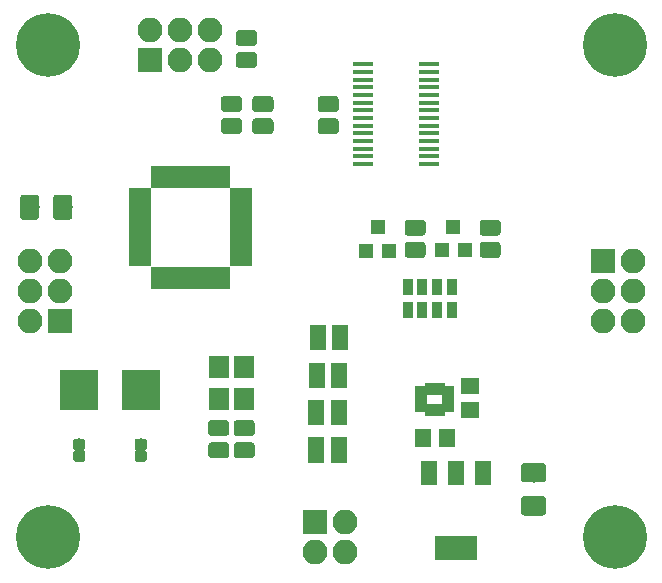
<source format=gbr>
G04 #@! TF.GenerationSoftware,KiCad,Pcbnew,(5.1.2)-1*
G04 #@! TF.CreationDate,2019-08-24T01:42:28-04:00*
G04 #@! TF.ProjectId,AAquad_PCB,41417175-6164-45f5-9043-422e6b696361,rev?*
G04 #@! TF.SameCoordinates,Original*
G04 #@! TF.FileFunction,Soldermask,Top*
G04 #@! TF.FilePolarity,Negative*
%FSLAX46Y46*%
G04 Gerber Fmt 4.6, Leading zero omitted, Abs format (unit mm)*
G04 Created by KiCad (PCBNEW (5.1.2)-1) date 2019-08-24 01:42:28*
%MOMM*%
%LPD*%
G04 APERTURE LIST*
%ADD10C,1.200000*%
%ADD11C,5.400000*%
%ADD12O,2.100000X2.100000*%
%ADD13R,2.100000X2.100000*%
%ADD14R,0.950000X1.400000*%
%ADD15R,1.400000X1.650000*%
%ADD16R,3.200000X3.400000*%
%ADD17C,0.100000*%
%ADD18C,0.990000*%
%ADD19R,1.740000X0.440000*%
%ADD20C,1.650000*%
%ADD21R,1.650000X1.400000*%
%ADD22R,0.700000X1.000000*%
%ADD23R,1.000000X0.700000*%
%ADD24C,1.375000*%
%ADD25R,1.000000X1.900000*%
%ADD26R,1.900000X1.000000*%
%ADD27R,1.400000X0.850000*%
%ADD28R,1.700000X1.900000*%
%ADD29R,1.200000X1.300000*%
%ADD30R,1.350000X2.150000*%
%ADD31R,3.600000X2.150000*%
G04 APERTURE END LIST*
D10*
X214431825Y-52522175D03*
X213106000Y-51973000D03*
X211780175Y-52522175D03*
X211231000Y-53848000D03*
X211780175Y-55173825D03*
X213106000Y-55723000D03*
X214431825Y-55173825D03*
X214981000Y-53848000D03*
D11*
X213106000Y-53848000D03*
D10*
X262437825Y-52522175D03*
X261112000Y-51973000D03*
X259786175Y-52522175D03*
X259237000Y-53848000D03*
X259786175Y-55173825D03*
X261112000Y-55723000D03*
X262437825Y-55173825D03*
X262987000Y-53848000D03*
D11*
X261112000Y-53848000D03*
D10*
X262437825Y-94178175D03*
X261112000Y-93629000D03*
X259786175Y-94178175D03*
X259237000Y-95504000D03*
X259786175Y-96829825D03*
X261112000Y-97379000D03*
X262437825Y-96829825D03*
X262987000Y-95504000D03*
D11*
X261112000Y-95504000D03*
D10*
X214431825Y-94178175D03*
X213106000Y-93629000D03*
X211780175Y-94178175D03*
X211231000Y-95504000D03*
X211780175Y-96829825D03*
X213106000Y-97379000D03*
X214431825Y-96829825D03*
X214981000Y-95504000D03*
D11*
X213106000Y-95504000D03*
D12*
X262636000Y-77216000D03*
X260096000Y-77216000D03*
X262636000Y-74676000D03*
X260096000Y-74676000D03*
X262636000Y-72136000D03*
D13*
X260096000Y-72136000D03*
D14*
X243586000Y-74281000D03*
X244836000Y-74281000D03*
X246086000Y-74281000D03*
X247336000Y-74281000D03*
X247336000Y-76281000D03*
X246086000Y-76281000D03*
X244836000Y-76281000D03*
X243586000Y-76281000D03*
D12*
X211582000Y-72136000D03*
X214122000Y-72136000D03*
X211582000Y-74676000D03*
X214122000Y-74676000D03*
X211582000Y-77216000D03*
D13*
X214122000Y-77216000D03*
D15*
X246888000Y-87122000D03*
X244888000Y-87122000D03*
D16*
X215780000Y-83058000D03*
X220980000Y-83058000D03*
D17*
G36*
X216069759Y-88129192D02*
G01*
X216093785Y-88132756D01*
X216117345Y-88138657D01*
X216140214Y-88146840D01*
X216162171Y-88157224D01*
X216183004Y-88169711D01*
X216202512Y-88184180D01*
X216220509Y-88200491D01*
X216236820Y-88218488D01*
X216251289Y-88237996D01*
X216263776Y-88258829D01*
X216274160Y-88280786D01*
X216282343Y-88303655D01*
X216288244Y-88327215D01*
X216291808Y-88351241D01*
X216293000Y-88375500D01*
X216293000Y-88870500D01*
X216291808Y-88894759D01*
X216288244Y-88918785D01*
X216282343Y-88942345D01*
X216274160Y-88965214D01*
X216263776Y-88987171D01*
X216251289Y-89008004D01*
X216236820Y-89027512D01*
X216220509Y-89045509D01*
X216202512Y-89061820D01*
X216183004Y-89076289D01*
X216162171Y-89088776D01*
X216140214Y-89099160D01*
X216117345Y-89107343D01*
X216093785Y-89113244D01*
X216069759Y-89116808D01*
X216045500Y-89118000D01*
X215500500Y-89118000D01*
X215476241Y-89116808D01*
X215452215Y-89113244D01*
X215428655Y-89107343D01*
X215405786Y-89099160D01*
X215383829Y-89088776D01*
X215362996Y-89076289D01*
X215343488Y-89061820D01*
X215325491Y-89045509D01*
X215309180Y-89027512D01*
X215294711Y-89008004D01*
X215282224Y-88987171D01*
X215271840Y-88965214D01*
X215263657Y-88942345D01*
X215257756Y-88918785D01*
X215254192Y-88894759D01*
X215253000Y-88870500D01*
X215253000Y-88375500D01*
X215254192Y-88351241D01*
X215257756Y-88327215D01*
X215263657Y-88303655D01*
X215271840Y-88280786D01*
X215282224Y-88258829D01*
X215294711Y-88237996D01*
X215309180Y-88218488D01*
X215325491Y-88200491D01*
X215343488Y-88184180D01*
X215362996Y-88169711D01*
X215383829Y-88157224D01*
X215405786Y-88146840D01*
X215428655Y-88138657D01*
X215452215Y-88132756D01*
X215476241Y-88129192D01*
X215500500Y-88128000D01*
X216045500Y-88128000D01*
X216069759Y-88129192D01*
X216069759Y-88129192D01*
G37*
D18*
X215773000Y-88623000D03*
D17*
G36*
X216069759Y-87159192D02*
G01*
X216093785Y-87162756D01*
X216117345Y-87168657D01*
X216140214Y-87176840D01*
X216162171Y-87187224D01*
X216183004Y-87199711D01*
X216202512Y-87214180D01*
X216220509Y-87230491D01*
X216236820Y-87248488D01*
X216251289Y-87267996D01*
X216263776Y-87288829D01*
X216274160Y-87310786D01*
X216282343Y-87333655D01*
X216288244Y-87357215D01*
X216291808Y-87381241D01*
X216293000Y-87405500D01*
X216293000Y-87900500D01*
X216291808Y-87924759D01*
X216288244Y-87948785D01*
X216282343Y-87972345D01*
X216274160Y-87995214D01*
X216263776Y-88017171D01*
X216251289Y-88038004D01*
X216236820Y-88057512D01*
X216220509Y-88075509D01*
X216202512Y-88091820D01*
X216183004Y-88106289D01*
X216162171Y-88118776D01*
X216140214Y-88129160D01*
X216117345Y-88137343D01*
X216093785Y-88143244D01*
X216069759Y-88146808D01*
X216045500Y-88148000D01*
X215500500Y-88148000D01*
X215476241Y-88146808D01*
X215452215Y-88143244D01*
X215428655Y-88137343D01*
X215405786Y-88129160D01*
X215383829Y-88118776D01*
X215362996Y-88106289D01*
X215343488Y-88091820D01*
X215325491Y-88075509D01*
X215309180Y-88057512D01*
X215294711Y-88038004D01*
X215282224Y-88017171D01*
X215271840Y-87995214D01*
X215263657Y-87972345D01*
X215257756Y-87948785D01*
X215254192Y-87924759D01*
X215253000Y-87900500D01*
X215253000Y-87405500D01*
X215254192Y-87381241D01*
X215257756Y-87357215D01*
X215263657Y-87333655D01*
X215271840Y-87310786D01*
X215282224Y-87288829D01*
X215294711Y-87267996D01*
X215309180Y-87248488D01*
X215325491Y-87230491D01*
X215343488Y-87214180D01*
X215362996Y-87199711D01*
X215383829Y-87187224D01*
X215405786Y-87176840D01*
X215428655Y-87168657D01*
X215452215Y-87162756D01*
X215476241Y-87159192D01*
X215500500Y-87158000D01*
X216045500Y-87158000D01*
X216069759Y-87159192D01*
X216069759Y-87159192D01*
G37*
D18*
X215773000Y-87653000D03*
D17*
G36*
X221276759Y-88129192D02*
G01*
X221300785Y-88132756D01*
X221324345Y-88138657D01*
X221347214Y-88146840D01*
X221369171Y-88157224D01*
X221390004Y-88169711D01*
X221409512Y-88184180D01*
X221427509Y-88200491D01*
X221443820Y-88218488D01*
X221458289Y-88237996D01*
X221470776Y-88258829D01*
X221481160Y-88280786D01*
X221489343Y-88303655D01*
X221495244Y-88327215D01*
X221498808Y-88351241D01*
X221500000Y-88375500D01*
X221500000Y-88870500D01*
X221498808Y-88894759D01*
X221495244Y-88918785D01*
X221489343Y-88942345D01*
X221481160Y-88965214D01*
X221470776Y-88987171D01*
X221458289Y-89008004D01*
X221443820Y-89027512D01*
X221427509Y-89045509D01*
X221409512Y-89061820D01*
X221390004Y-89076289D01*
X221369171Y-89088776D01*
X221347214Y-89099160D01*
X221324345Y-89107343D01*
X221300785Y-89113244D01*
X221276759Y-89116808D01*
X221252500Y-89118000D01*
X220707500Y-89118000D01*
X220683241Y-89116808D01*
X220659215Y-89113244D01*
X220635655Y-89107343D01*
X220612786Y-89099160D01*
X220590829Y-89088776D01*
X220569996Y-89076289D01*
X220550488Y-89061820D01*
X220532491Y-89045509D01*
X220516180Y-89027512D01*
X220501711Y-89008004D01*
X220489224Y-88987171D01*
X220478840Y-88965214D01*
X220470657Y-88942345D01*
X220464756Y-88918785D01*
X220461192Y-88894759D01*
X220460000Y-88870500D01*
X220460000Y-88375500D01*
X220461192Y-88351241D01*
X220464756Y-88327215D01*
X220470657Y-88303655D01*
X220478840Y-88280786D01*
X220489224Y-88258829D01*
X220501711Y-88237996D01*
X220516180Y-88218488D01*
X220532491Y-88200491D01*
X220550488Y-88184180D01*
X220569996Y-88169711D01*
X220590829Y-88157224D01*
X220612786Y-88146840D01*
X220635655Y-88138657D01*
X220659215Y-88132756D01*
X220683241Y-88129192D01*
X220707500Y-88128000D01*
X221252500Y-88128000D01*
X221276759Y-88129192D01*
X221276759Y-88129192D01*
G37*
D18*
X220980000Y-88623000D03*
D17*
G36*
X221276759Y-87159192D02*
G01*
X221300785Y-87162756D01*
X221324345Y-87168657D01*
X221347214Y-87176840D01*
X221369171Y-87187224D01*
X221390004Y-87199711D01*
X221409512Y-87214180D01*
X221427509Y-87230491D01*
X221443820Y-87248488D01*
X221458289Y-87267996D01*
X221470776Y-87288829D01*
X221481160Y-87310786D01*
X221489343Y-87333655D01*
X221495244Y-87357215D01*
X221498808Y-87381241D01*
X221500000Y-87405500D01*
X221500000Y-87900500D01*
X221498808Y-87924759D01*
X221495244Y-87948785D01*
X221489343Y-87972345D01*
X221481160Y-87995214D01*
X221470776Y-88017171D01*
X221458289Y-88038004D01*
X221443820Y-88057512D01*
X221427509Y-88075509D01*
X221409512Y-88091820D01*
X221390004Y-88106289D01*
X221369171Y-88118776D01*
X221347214Y-88129160D01*
X221324345Y-88137343D01*
X221300785Y-88143244D01*
X221276759Y-88146808D01*
X221252500Y-88148000D01*
X220707500Y-88148000D01*
X220683241Y-88146808D01*
X220659215Y-88143244D01*
X220635655Y-88137343D01*
X220612786Y-88129160D01*
X220590829Y-88118776D01*
X220569996Y-88106289D01*
X220550488Y-88091820D01*
X220532491Y-88075509D01*
X220516180Y-88057512D01*
X220501711Y-88038004D01*
X220489224Y-88017171D01*
X220478840Y-87995214D01*
X220470657Y-87972345D01*
X220464756Y-87948785D01*
X220461192Y-87924759D01*
X220460000Y-87900500D01*
X220460000Y-87405500D01*
X220461192Y-87381241D01*
X220464756Y-87357215D01*
X220470657Y-87333655D01*
X220478840Y-87310786D01*
X220489224Y-87288829D01*
X220501711Y-87267996D01*
X220516180Y-87248488D01*
X220532491Y-87230491D01*
X220550488Y-87214180D01*
X220569996Y-87199711D01*
X220590829Y-87187224D01*
X220612786Y-87176840D01*
X220635655Y-87168657D01*
X220659215Y-87162756D01*
X220683241Y-87159192D01*
X220707500Y-87158000D01*
X221252500Y-87158000D01*
X221276759Y-87159192D01*
X221276759Y-87159192D01*
G37*
D18*
X220980000Y-87653000D03*
D19*
X239770000Y-63915000D03*
X239770000Y-63265000D03*
X239770000Y-62615000D03*
X239770000Y-61965000D03*
X239770000Y-61315000D03*
X239770000Y-60665000D03*
X239770000Y-60015000D03*
X239770000Y-59365000D03*
X239770000Y-58715000D03*
X239770000Y-58065000D03*
X239770000Y-57415000D03*
X239770000Y-56765000D03*
X239770000Y-56115000D03*
X239770000Y-55465000D03*
X245370000Y-55465000D03*
X245370000Y-56115000D03*
X245370000Y-56765000D03*
X245370000Y-57415000D03*
X245370000Y-58065000D03*
X245370000Y-58715000D03*
X245370000Y-59365000D03*
X245370000Y-60015000D03*
X245370000Y-60665000D03*
X245370000Y-61315000D03*
X245370000Y-61965000D03*
X245370000Y-62615000D03*
X245370000Y-63265000D03*
X245370000Y-63915000D03*
D17*
G36*
X214903346Y-66490589D02*
G01*
X214935380Y-66495341D01*
X214966794Y-66503210D01*
X214997286Y-66514120D01*
X215026561Y-66527966D01*
X215054338Y-66544615D01*
X215080350Y-66563907D01*
X215104345Y-66585655D01*
X215126093Y-66609650D01*
X215145385Y-66635662D01*
X215162034Y-66663439D01*
X215175880Y-66692714D01*
X215186790Y-66723206D01*
X215194659Y-66754620D01*
X215199411Y-66786654D01*
X215201000Y-66819000D01*
X215201000Y-68309000D01*
X215199411Y-68341346D01*
X215194659Y-68373380D01*
X215186790Y-68404794D01*
X215175880Y-68435286D01*
X215162034Y-68464561D01*
X215145385Y-68492338D01*
X215126093Y-68518350D01*
X215104345Y-68542345D01*
X215080350Y-68564093D01*
X215054338Y-68583385D01*
X215026561Y-68600034D01*
X214997286Y-68613880D01*
X214966794Y-68624790D01*
X214935380Y-68632659D01*
X214903346Y-68637411D01*
X214871000Y-68639000D01*
X213881000Y-68639000D01*
X213848654Y-68637411D01*
X213816620Y-68632659D01*
X213785206Y-68624790D01*
X213754714Y-68613880D01*
X213725439Y-68600034D01*
X213697662Y-68583385D01*
X213671650Y-68564093D01*
X213647655Y-68542345D01*
X213625907Y-68518350D01*
X213606615Y-68492338D01*
X213589966Y-68464561D01*
X213576120Y-68435286D01*
X213565210Y-68404794D01*
X213557341Y-68373380D01*
X213552589Y-68341346D01*
X213551000Y-68309000D01*
X213551000Y-66819000D01*
X213552589Y-66786654D01*
X213557341Y-66754620D01*
X213565210Y-66723206D01*
X213576120Y-66692714D01*
X213589966Y-66663439D01*
X213606615Y-66635662D01*
X213625907Y-66609650D01*
X213647655Y-66585655D01*
X213671650Y-66563907D01*
X213697662Y-66544615D01*
X213725439Y-66527966D01*
X213754714Y-66514120D01*
X213785206Y-66503210D01*
X213816620Y-66495341D01*
X213848654Y-66490589D01*
X213881000Y-66489000D01*
X214871000Y-66489000D01*
X214903346Y-66490589D01*
X214903346Y-66490589D01*
G37*
D20*
X214376000Y-67564000D03*
D17*
G36*
X212103346Y-66490589D02*
G01*
X212135380Y-66495341D01*
X212166794Y-66503210D01*
X212197286Y-66514120D01*
X212226561Y-66527966D01*
X212254338Y-66544615D01*
X212280350Y-66563907D01*
X212304345Y-66585655D01*
X212326093Y-66609650D01*
X212345385Y-66635662D01*
X212362034Y-66663439D01*
X212375880Y-66692714D01*
X212386790Y-66723206D01*
X212394659Y-66754620D01*
X212399411Y-66786654D01*
X212401000Y-66819000D01*
X212401000Y-68309000D01*
X212399411Y-68341346D01*
X212394659Y-68373380D01*
X212386790Y-68404794D01*
X212375880Y-68435286D01*
X212362034Y-68464561D01*
X212345385Y-68492338D01*
X212326093Y-68518350D01*
X212304345Y-68542345D01*
X212280350Y-68564093D01*
X212254338Y-68583385D01*
X212226561Y-68600034D01*
X212197286Y-68613880D01*
X212166794Y-68624790D01*
X212135380Y-68632659D01*
X212103346Y-68637411D01*
X212071000Y-68639000D01*
X211081000Y-68639000D01*
X211048654Y-68637411D01*
X211016620Y-68632659D01*
X210985206Y-68624790D01*
X210954714Y-68613880D01*
X210925439Y-68600034D01*
X210897662Y-68583385D01*
X210871650Y-68564093D01*
X210847655Y-68542345D01*
X210825907Y-68518350D01*
X210806615Y-68492338D01*
X210789966Y-68464561D01*
X210776120Y-68435286D01*
X210765210Y-68404794D01*
X210757341Y-68373380D01*
X210752589Y-68341346D01*
X210751000Y-68309000D01*
X210751000Y-66819000D01*
X210752589Y-66786654D01*
X210757341Y-66754620D01*
X210765210Y-66723206D01*
X210776120Y-66692714D01*
X210789966Y-66663439D01*
X210806615Y-66635662D01*
X210825907Y-66609650D01*
X210847655Y-66585655D01*
X210871650Y-66563907D01*
X210897662Y-66544615D01*
X210925439Y-66527966D01*
X210954714Y-66514120D01*
X210985206Y-66503210D01*
X211016620Y-66495341D01*
X211048654Y-66490589D01*
X211081000Y-66489000D01*
X212071000Y-66489000D01*
X212103346Y-66490589D01*
X212103346Y-66490589D01*
G37*
D20*
X211576000Y-67564000D03*
D21*
X248856500Y-84709000D03*
X248856500Y-82709000D03*
D17*
G36*
X255031346Y-89219589D02*
G01*
X255063380Y-89224341D01*
X255094794Y-89232210D01*
X255125286Y-89243120D01*
X255154561Y-89256966D01*
X255182338Y-89273615D01*
X255208350Y-89292907D01*
X255232345Y-89314655D01*
X255254093Y-89338650D01*
X255273385Y-89364662D01*
X255290034Y-89392439D01*
X255303880Y-89421714D01*
X255314790Y-89452206D01*
X255322659Y-89483620D01*
X255327411Y-89515654D01*
X255329000Y-89548000D01*
X255329000Y-90538000D01*
X255327411Y-90570346D01*
X255322659Y-90602380D01*
X255314790Y-90633794D01*
X255303880Y-90664286D01*
X255290034Y-90693561D01*
X255273385Y-90721338D01*
X255254093Y-90747350D01*
X255232345Y-90771345D01*
X255208350Y-90793093D01*
X255182338Y-90812385D01*
X255154561Y-90829034D01*
X255125286Y-90842880D01*
X255094794Y-90853790D01*
X255063380Y-90861659D01*
X255031346Y-90866411D01*
X254999000Y-90868000D01*
X253509000Y-90868000D01*
X253476654Y-90866411D01*
X253444620Y-90861659D01*
X253413206Y-90853790D01*
X253382714Y-90842880D01*
X253353439Y-90829034D01*
X253325662Y-90812385D01*
X253299650Y-90793093D01*
X253275655Y-90771345D01*
X253253907Y-90747350D01*
X253234615Y-90721338D01*
X253217966Y-90693561D01*
X253204120Y-90664286D01*
X253193210Y-90633794D01*
X253185341Y-90602380D01*
X253180589Y-90570346D01*
X253179000Y-90538000D01*
X253179000Y-89548000D01*
X253180589Y-89515654D01*
X253185341Y-89483620D01*
X253193210Y-89452206D01*
X253204120Y-89421714D01*
X253217966Y-89392439D01*
X253234615Y-89364662D01*
X253253907Y-89338650D01*
X253275655Y-89314655D01*
X253299650Y-89292907D01*
X253325662Y-89273615D01*
X253353439Y-89256966D01*
X253382714Y-89243120D01*
X253413206Y-89232210D01*
X253444620Y-89224341D01*
X253476654Y-89219589D01*
X253509000Y-89218000D01*
X254999000Y-89218000D01*
X255031346Y-89219589D01*
X255031346Y-89219589D01*
G37*
D20*
X254254000Y-90043000D03*
D17*
G36*
X255031346Y-92019589D02*
G01*
X255063380Y-92024341D01*
X255094794Y-92032210D01*
X255125286Y-92043120D01*
X255154561Y-92056966D01*
X255182338Y-92073615D01*
X255208350Y-92092907D01*
X255232345Y-92114655D01*
X255254093Y-92138650D01*
X255273385Y-92164662D01*
X255290034Y-92192439D01*
X255303880Y-92221714D01*
X255314790Y-92252206D01*
X255322659Y-92283620D01*
X255327411Y-92315654D01*
X255329000Y-92348000D01*
X255329000Y-93338000D01*
X255327411Y-93370346D01*
X255322659Y-93402380D01*
X255314790Y-93433794D01*
X255303880Y-93464286D01*
X255290034Y-93493561D01*
X255273385Y-93521338D01*
X255254093Y-93547350D01*
X255232345Y-93571345D01*
X255208350Y-93593093D01*
X255182338Y-93612385D01*
X255154561Y-93629034D01*
X255125286Y-93642880D01*
X255094794Y-93653790D01*
X255063380Y-93661659D01*
X255031346Y-93666411D01*
X254999000Y-93668000D01*
X253509000Y-93668000D01*
X253476654Y-93666411D01*
X253444620Y-93661659D01*
X253413206Y-93653790D01*
X253382714Y-93642880D01*
X253353439Y-93629034D01*
X253325662Y-93612385D01*
X253299650Y-93593093D01*
X253275655Y-93571345D01*
X253253907Y-93547350D01*
X253234615Y-93521338D01*
X253217966Y-93493561D01*
X253204120Y-93464286D01*
X253193210Y-93433794D01*
X253185341Y-93402380D01*
X253180589Y-93370346D01*
X253179000Y-93338000D01*
X253179000Y-92348000D01*
X253180589Y-92315654D01*
X253185341Y-92283620D01*
X253193210Y-92252206D01*
X253204120Y-92221714D01*
X253217966Y-92192439D01*
X253234615Y-92164662D01*
X253253907Y-92138650D01*
X253275655Y-92114655D01*
X253299650Y-92092907D01*
X253325662Y-92073615D01*
X253353439Y-92056966D01*
X253382714Y-92043120D01*
X253413206Y-92032210D01*
X253444620Y-92024341D01*
X253476654Y-92019589D01*
X253509000Y-92018000D01*
X254999000Y-92018000D01*
X255031346Y-92019589D01*
X255031346Y-92019589D01*
G37*
D20*
X254254000Y-92843000D03*
D22*
X245372000Y-82920000D03*
X245872000Y-82920000D03*
X246372000Y-82920000D03*
D23*
X247022000Y-83070000D03*
X247022000Y-83570000D03*
X247022000Y-84070000D03*
X247022000Y-84570000D03*
D22*
X246372000Y-84720000D03*
X245872000Y-84720000D03*
X245372000Y-84720000D03*
D23*
X244722000Y-84570000D03*
X244722000Y-84070000D03*
X244722000Y-83570000D03*
X244722000Y-83070000D03*
D12*
X226822000Y-52578000D03*
X226822000Y-55118000D03*
X224282000Y-52578000D03*
X224282000Y-55118000D03*
X221742000Y-52578000D03*
D13*
X221742000Y-55118000D03*
D17*
G36*
X237444943Y-60020155D02*
G01*
X237478312Y-60025105D01*
X237511035Y-60033302D01*
X237542797Y-60044666D01*
X237573293Y-60059090D01*
X237602227Y-60076432D01*
X237629323Y-60096528D01*
X237654318Y-60119182D01*
X237676972Y-60144177D01*
X237697068Y-60171273D01*
X237714410Y-60200207D01*
X237728834Y-60230703D01*
X237740198Y-60262465D01*
X237748395Y-60295188D01*
X237753345Y-60328557D01*
X237755000Y-60362250D01*
X237755000Y-61049750D01*
X237753345Y-61083443D01*
X237748395Y-61116812D01*
X237740198Y-61149535D01*
X237728834Y-61181297D01*
X237714410Y-61211793D01*
X237697068Y-61240727D01*
X237676972Y-61267823D01*
X237654318Y-61292818D01*
X237629323Y-61315472D01*
X237602227Y-61335568D01*
X237573293Y-61352910D01*
X237542797Y-61367334D01*
X237511035Y-61378698D01*
X237478312Y-61386895D01*
X237444943Y-61391845D01*
X237411250Y-61393500D01*
X236298750Y-61393500D01*
X236265057Y-61391845D01*
X236231688Y-61386895D01*
X236198965Y-61378698D01*
X236167203Y-61367334D01*
X236136707Y-61352910D01*
X236107773Y-61335568D01*
X236080677Y-61315472D01*
X236055682Y-61292818D01*
X236033028Y-61267823D01*
X236012932Y-61240727D01*
X235995590Y-61211793D01*
X235981166Y-61181297D01*
X235969802Y-61149535D01*
X235961605Y-61116812D01*
X235956655Y-61083443D01*
X235955000Y-61049750D01*
X235955000Y-60362250D01*
X235956655Y-60328557D01*
X235961605Y-60295188D01*
X235969802Y-60262465D01*
X235981166Y-60230703D01*
X235995590Y-60200207D01*
X236012932Y-60171273D01*
X236033028Y-60144177D01*
X236055682Y-60119182D01*
X236080677Y-60096528D01*
X236107773Y-60076432D01*
X236136707Y-60059090D01*
X236167203Y-60044666D01*
X236198965Y-60033302D01*
X236231688Y-60025105D01*
X236265057Y-60020155D01*
X236298750Y-60018500D01*
X237411250Y-60018500D01*
X237444943Y-60020155D01*
X237444943Y-60020155D01*
G37*
D24*
X236855000Y-60706000D03*
D17*
G36*
X237444943Y-58145155D02*
G01*
X237478312Y-58150105D01*
X237511035Y-58158302D01*
X237542797Y-58169666D01*
X237573293Y-58184090D01*
X237602227Y-58201432D01*
X237629323Y-58221528D01*
X237654318Y-58244182D01*
X237676972Y-58269177D01*
X237697068Y-58296273D01*
X237714410Y-58325207D01*
X237728834Y-58355703D01*
X237740198Y-58387465D01*
X237748395Y-58420188D01*
X237753345Y-58453557D01*
X237755000Y-58487250D01*
X237755000Y-59174750D01*
X237753345Y-59208443D01*
X237748395Y-59241812D01*
X237740198Y-59274535D01*
X237728834Y-59306297D01*
X237714410Y-59336793D01*
X237697068Y-59365727D01*
X237676972Y-59392823D01*
X237654318Y-59417818D01*
X237629323Y-59440472D01*
X237602227Y-59460568D01*
X237573293Y-59477910D01*
X237542797Y-59492334D01*
X237511035Y-59503698D01*
X237478312Y-59511895D01*
X237444943Y-59516845D01*
X237411250Y-59518500D01*
X236298750Y-59518500D01*
X236265057Y-59516845D01*
X236231688Y-59511895D01*
X236198965Y-59503698D01*
X236167203Y-59492334D01*
X236136707Y-59477910D01*
X236107773Y-59460568D01*
X236080677Y-59440472D01*
X236055682Y-59417818D01*
X236033028Y-59392823D01*
X236012932Y-59365727D01*
X235995590Y-59336793D01*
X235981166Y-59306297D01*
X235969802Y-59274535D01*
X235961605Y-59241812D01*
X235956655Y-59208443D01*
X235955000Y-59174750D01*
X235955000Y-58487250D01*
X235956655Y-58453557D01*
X235961605Y-58420188D01*
X235969802Y-58387465D01*
X235981166Y-58355703D01*
X235995590Y-58325207D01*
X236012932Y-58296273D01*
X236033028Y-58269177D01*
X236055682Y-58244182D01*
X236080677Y-58221528D01*
X236107773Y-58201432D01*
X236136707Y-58184090D01*
X236167203Y-58169666D01*
X236198965Y-58158302D01*
X236231688Y-58150105D01*
X236265057Y-58145155D01*
X236298750Y-58143500D01*
X237411250Y-58143500D01*
X237444943Y-58145155D01*
X237444943Y-58145155D01*
G37*
D24*
X236855000Y-58831000D03*
D17*
G36*
X231920443Y-58145155D02*
G01*
X231953812Y-58150105D01*
X231986535Y-58158302D01*
X232018297Y-58169666D01*
X232048793Y-58184090D01*
X232077727Y-58201432D01*
X232104823Y-58221528D01*
X232129818Y-58244182D01*
X232152472Y-58269177D01*
X232172568Y-58296273D01*
X232189910Y-58325207D01*
X232204334Y-58355703D01*
X232215698Y-58387465D01*
X232223895Y-58420188D01*
X232228845Y-58453557D01*
X232230500Y-58487250D01*
X232230500Y-59174750D01*
X232228845Y-59208443D01*
X232223895Y-59241812D01*
X232215698Y-59274535D01*
X232204334Y-59306297D01*
X232189910Y-59336793D01*
X232172568Y-59365727D01*
X232152472Y-59392823D01*
X232129818Y-59417818D01*
X232104823Y-59440472D01*
X232077727Y-59460568D01*
X232048793Y-59477910D01*
X232018297Y-59492334D01*
X231986535Y-59503698D01*
X231953812Y-59511895D01*
X231920443Y-59516845D01*
X231886750Y-59518500D01*
X230774250Y-59518500D01*
X230740557Y-59516845D01*
X230707188Y-59511895D01*
X230674465Y-59503698D01*
X230642703Y-59492334D01*
X230612207Y-59477910D01*
X230583273Y-59460568D01*
X230556177Y-59440472D01*
X230531182Y-59417818D01*
X230508528Y-59392823D01*
X230488432Y-59365727D01*
X230471090Y-59336793D01*
X230456666Y-59306297D01*
X230445302Y-59274535D01*
X230437105Y-59241812D01*
X230432155Y-59208443D01*
X230430500Y-59174750D01*
X230430500Y-58487250D01*
X230432155Y-58453557D01*
X230437105Y-58420188D01*
X230445302Y-58387465D01*
X230456666Y-58355703D01*
X230471090Y-58325207D01*
X230488432Y-58296273D01*
X230508528Y-58269177D01*
X230531182Y-58244182D01*
X230556177Y-58221528D01*
X230583273Y-58201432D01*
X230612207Y-58184090D01*
X230642703Y-58169666D01*
X230674465Y-58158302D01*
X230707188Y-58150105D01*
X230740557Y-58145155D01*
X230774250Y-58143500D01*
X231886750Y-58143500D01*
X231920443Y-58145155D01*
X231920443Y-58145155D01*
G37*
D24*
X231330500Y-58831000D03*
D17*
G36*
X231920443Y-60020155D02*
G01*
X231953812Y-60025105D01*
X231986535Y-60033302D01*
X232018297Y-60044666D01*
X232048793Y-60059090D01*
X232077727Y-60076432D01*
X232104823Y-60096528D01*
X232129818Y-60119182D01*
X232152472Y-60144177D01*
X232172568Y-60171273D01*
X232189910Y-60200207D01*
X232204334Y-60230703D01*
X232215698Y-60262465D01*
X232223895Y-60295188D01*
X232228845Y-60328557D01*
X232230500Y-60362250D01*
X232230500Y-61049750D01*
X232228845Y-61083443D01*
X232223895Y-61116812D01*
X232215698Y-61149535D01*
X232204334Y-61181297D01*
X232189910Y-61211793D01*
X232172568Y-61240727D01*
X232152472Y-61267823D01*
X232129818Y-61292818D01*
X232104823Y-61315472D01*
X232077727Y-61335568D01*
X232048793Y-61352910D01*
X232018297Y-61367334D01*
X231986535Y-61378698D01*
X231953812Y-61386895D01*
X231920443Y-61391845D01*
X231886750Y-61393500D01*
X230774250Y-61393500D01*
X230740557Y-61391845D01*
X230707188Y-61386895D01*
X230674465Y-61378698D01*
X230642703Y-61367334D01*
X230612207Y-61352910D01*
X230583273Y-61335568D01*
X230556177Y-61315472D01*
X230531182Y-61292818D01*
X230508528Y-61267823D01*
X230488432Y-61240727D01*
X230471090Y-61211793D01*
X230456666Y-61181297D01*
X230445302Y-61149535D01*
X230437105Y-61116812D01*
X230432155Y-61083443D01*
X230430500Y-61049750D01*
X230430500Y-60362250D01*
X230432155Y-60328557D01*
X230437105Y-60295188D01*
X230445302Y-60262465D01*
X230456666Y-60230703D01*
X230471090Y-60200207D01*
X230488432Y-60171273D01*
X230508528Y-60144177D01*
X230531182Y-60119182D01*
X230556177Y-60096528D01*
X230583273Y-60076432D01*
X230612207Y-60059090D01*
X230642703Y-60044666D01*
X230674465Y-60033302D01*
X230707188Y-60025105D01*
X230740557Y-60020155D01*
X230774250Y-60018500D01*
X231886750Y-60018500D01*
X231920443Y-60020155D01*
X231920443Y-60020155D01*
G37*
D24*
X231330500Y-60706000D03*
D17*
G36*
X230332943Y-87452155D02*
G01*
X230366312Y-87457105D01*
X230399035Y-87465302D01*
X230430797Y-87476666D01*
X230461293Y-87491090D01*
X230490227Y-87508432D01*
X230517323Y-87528528D01*
X230542318Y-87551182D01*
X230564972Y-87576177D01*
X230585068Y-87603273D01*
X230602410Y-87632207D01*
X230616834Y-87662703D01*
X230628198Y-87694465D01*
X230636395Y-87727188D01*
X230641345Y-87760557D01*
X230643000Y-87794250D01*
X230643000Y-88481750D01*
X230641345Y-88515443D01*
X230636395Y-88548812D01*
X230628198Y-88581535D01*
X230616834Y-88613297D01*
X230602410Y-88643793D01*
X230585068Y-88672727D01*
X230564972Y-88699823D01*
X230542318Y-88724818D01*
X230517323Y-88747472D01*
X230490227Y-88767568D01*
X230461293Y-88784910D01*
X230430797Y-88799334D01*
X230399035Y-88810698D01*
X230366312Y-88818895D01*
X230332943Y-88823845D01*
X230299250Y-88825500D01*
X229186750Y-88825500D01*
X229153057Y-88823845D01*
X229119688Y-88818895D01*
X229086965Y-88810698D01*
X229055203Y-88799334D01*
X229024707Y-88784910D01*
X228995773Y-88767568D01*
X228968677Y-88747472D01*
X228943682Y-88724818D01*
X228921028Y-88699823D01*
X228900932Y-88672727D01*
X228883590Y-88643793D01*
X228869166Y-88613297D01*
X228857802Y-88581535D01*
X228849605Y-88548812D01*
X228844655Y-88515443D01*
X228843000Y-88481750D01*
X228843000Y-87794250D01*
X228844655Y-87760557D01*
X228849605Y-87727188D01*
X228857802Y-87694465D01*
X228869166Y-87662703D01*
X228883590Y-87632207D01*
X228900932Y-87603273D01*
X228921028Y-87576177D01*
X228943682Y-87551182D01*
X228968677Y-87528528D01*
X228995773Y-87508432D01*
X229024707Y-87491090D01*
X229055203Y-87476666D01*
X229086965Y-87465302D01*
X229119688Y-87457105D01*
X229153057Y-87452155D01*
X229186750Y-87450500D01*
X230299250Y-87450500D01*
X230332943Y-87452155D01*
X230332943Y-87452155D01*
G37*
D24*
X229743000Y-88138000D03*
D17*
G36*
X230332943Y-85577155D02*
G01*
X230366312Y-85582105D01*
X230399035Y-85590302D01*
X230430797Y-85601666D01*
X230461293Y-85616090D01*
X230490227Y-85633432D01*
X230517323Y-85653528D01*
X230542318Y-85676182D01*
X230564972Y-85701177D01*
X230585068Y-85728273D01*
X230602410Y-85757207D01*
X230616834Y-85787703D01*
X230628198Y-85819465D01*
X230636395Y-85852188D01*
X230641345Y-85885557D01*
X230643000Y-85919250D01*
X230643000Y-86606750D01*
X230641345Y-86640443D01*
X230636395Y-86673812D01*
X230628198Y-86706535D01*
X230616834Y-86738297D01*
X230602410Y-86768793D01*
X230585068Y-86797727D01*
X230564972Y-86824823D01*
X230542318Y-86849818D01*
X230517323Y-86872472D01*
X230490227Y-86892568D01*
X230461293Y-86909910D01*
X230430797Y-86924334D01*
X230399035Y-86935698D01*
X230366312Y-86943895D01*
X230332943Y-86948845D01*
X230299250Y-86950500D01*
X229186750Y-86950500D01*
X229153057Y-86948845D01*
X229119688Y-86943895D01*
X229086965Y-86935698D01*
X229055203Y-86924334D01*
X229024707Y-86909910D01*
X228995773Y-86892568D01*
X228968677Y-86872472D01*
X228943682Y-86849818D01*
X228921028Y-86824823D01*
X228900932Y-86797727D01*
X228883590Y-86768793D01*
X228869166Y-86738297D01*
X228857802Y-86706535D01*
X228849605Y-86673812D01*
X228844655Y-86640443D01*
X228843000Y-86606750D01*
X228843000Y-85919250D01*
X228844655Y-85885557D01*
X228849605Y-85852188D01*
X228857802Y-85819465D01*
X228869166Y-85787703D01*
X228883590Y-85757207D01*
X228900932Y-85728273D01*
X228921028Y-85701177D01*
X228943682Y-85676182D01*
X228968677Y-85653528D01*
X228995773Y-85633432D01*
X229024707Y-85616090D01*
X229055203Y-85601666D01*
X229086965Y-85590302D01*
X229119688Y-85582105D01*
X229153057Y-85577155D01*
X229186750Y-85575500D01*
X230299250Y-85575500D01*
X230332943Y-85577155D01*
X230332943Y-85577155D01*
G37*
D24*
X229743000Y-86263000D03*
D17*
G36*
X228173943Y-87452155D02*
G01*
X228207312Y-87457105D01*
X228240035Y-87465302D01*
X228271797Y-87476666D01*
X228302293Y-87491090D01*
X228331227Y-87508432D01*
X228358323Y-87528528D01*
X228383318Y-87551182D01*
X228405972Y-87576177D01*
X228426068Y-87603273D01*
X228443410Y-87632207D01*
X228457834Y-87662703D01*
X228469198Y-87694465D01*
X228477395Y-87727188D01*
X228482345Y-87760557D01*
X228484000Y-87794250D01*
X228484000Y-88481750D01*
X228482345Y-88515443D01*
X228477395Y-88548812D01*
X228469198Y-88581535D01*
X228457834Y-88613297D01*
X228443410Y-88643793D01*
X228426068Y-88672727D01*
X228405972Y-88699823D01*
X228383318Y-88724818D01*
X228358323Y-88747472D01*
X228331227Y-88767568D01*
X228302293Y-88784910D01*
X228271797Y-88799334D01*
X228240035Y-88810698D01*
X228207312Y-88818895D01*
X228173943Y-88823845D01*
X228140250Y-88825500D01*
X227027750Y-88825500D01*
X226994057Y-88823845D01*
X226960688Y-88818895D01*
X226927965Y-88810698D01*
X226896203Y-88799334D01*
X226865707Y-88784910D01*
X226836773Y-88767568D01*
X226809677Y-88747472D01*
X226784682Y-88724818D01*
X226762028Y-88699823D01*
X226741932Y-88672727D01*
X226724590Y-88643793D01*
X226710166Y-88613297D01*
X226698802Y-88581535D01*
X226690605Y-88548812D01*
X226685655Y-88515443D01*
X226684000Y-88481750D01*
X226684000Y-87794250D01*
X226685655Y-87760557D01*
X226690605Y-87727188D01*
X226698802Y-87694465D01*
X226710166Y-87662703D01*
X226724590Y-87632207D01*
X226741932Y-87603273D01*
X226762028Y-87576177D01*
X226784682Y-87551182D01*
X226809677Y-87528528D01*
X226836773Y-87508432D01*
X226865707Y-87491090D01*
X226896203Y-87476666D01*
X226927965Y-87465302D01*
X226960688Y-87457105D01*
X226994057Y-87452155D01*
X227027750Y-87450500D01*
X228140250Y-87450500D01*
X228173943Y-87452155D01*
X228173943Y-87452155D01*
G37*
D24*
X227584000Y-88138000D03*
D17*
G36*
X228173943Y-85577155D02*
G01*
X228207312Y-85582105D01*
X228240035Y-85590302D01*
X228271797Y-85601666D01*
X228302293Y-85616090D01*
X228331227Y-85633432D01*
X228358323Y-85653528D01*
X228383318Y-85676182D01*
X228405972Y-85701177D01*
X228426068Y-85728273D01*
X228443410Y-85757207D01*
X228457834Y-85787703D01*
X228469198Y-85819465D01*
X228477395Y-85852188D01*
X228482345Y-85885557D01*
X228484000Y-85919250D01*
X228484000Y-86606750D01*
X228482345Y-86640443D01*
X228477395Y-86673812D01*
X228469198Y-86706535D01*
X228457834Y-86738297D01*
X228443410Y-86768793D01*
X228426068Y-86797727D01*
X228405972Y-86824823D01*
X228383318Y-86849818D01*
X228358323Y-86872472D01*
X228331227Y-86892568D01*
X228302293Y-86909910D01*
X228271797Y-86924334D01*
X228240035Y-86935698D01*
X228207312Y-86943895D01*
X228173943Y-86948845D01*
X228140250Y-86950500D01*
X227027750Y-86950500D01*
X226994057Y-86948845D01*
X226960688Y-86943895D01*
X226927965Y-86935698D01*
X226896203Y-86924334D01*
X226865707Y-86909910D01*
X226836773Y-86892568D01*
X226809677Y-86872472D01*
X226784682Y-86849818D01*
X226762028Y-86824823D01*
X226741932Y-86797727D01*
X226724590Y-86768793D01*
X226710166Y-86738297D01*
X226698802Y-86706535D01*
X226690605Y-86673812D01*
X226685655Y-86640443D01*
X226684000Y-86606750D01*
X226684000Y-85919250D01*
X226685655Y-85885557D01*
X226690605Y-85852188D01*
X226698802Y-85819465D01*
X226710166Y-85787703D01*
X226724590Y-85757207D01*
X226741932Y-85728273D01*
X226762028Y-85701177D01*
X226784682Y-85676182D01*
X226809677Y-85653528D01*
X226836773Y-85633432D01*
X226865707Y-85616090D01*
X226896203Y-85601666D01*
X226927965Y-85590302D01*
X226960688Y-85582105D01*
X226994057Y-85577155D01*
X227027750Y-85575500D01*
X228140250Y-85575500D01*
X228173943Y-85577155D01*
X228173943Y-85577155D01*
G37*
D24*
X227584000Y-86263000D03*
D17*
G36*
X230523443Y-52542155D02*
G01*
X230556812Y-52547105D01*
X230589535Y-52555302D01*
X230621297Y-52566666D01*
X230651793Y-52581090D01*
X230680727Y-52598432D01*
X230707823Y-52618528D01*
X230732818Y-52641182D01*
X230755472Y-52666177D01*
X230775568Y-52693273D01*
X230792910Y-52722207D01*
X230807334Y-52752703D01*
X230818698Y-52784465D01*
X230826895Y-52817188D01*
X230831845Y-52850557D01*
X230833500Y-52884250D01*
X230833500Y-53571750D01*
X230831845Y-53605443D01*
X230826895Y-53638812D01*
X230818698Y-53671535D01*
X230807334Y-53703297D01*
X230792910Y-53733793D01*
X230775568Y-53762727D01*
X230755472Y-53789823D01*
X230732818Y-53814818D01*
X230707823Y-53837472D01*
X230680727Y-53857568D01*
X230651793Y-53874910D01*
X230621297Y-53889334D01*
X230589535Y-53900698D01*
X230556812Y-53908895D01*
X230523443Y-53913845D01*
X230489750Y-53915500D01*
X229377250Y-53915500D01*
X229343557Y-53913845D01*
X229310188Y-53908895D01*
X229277465Y-53900698D01*
X229245703Y-53889334D01*
X229215207Y-53874910D01*
X229186273Y-53857568D01*
X229159177Y-53837472D01*
X229134182Y-53814818D01*
X229111528Y-53789823D01*
X229091432Y-53762727D01*
X229074090Y-53733793D01*
X229059666Y-53703297D01*
X229048302Y-53671535D01*
X229040105Y-53638812D01*
X229035155Y-53605443D01*
X229033500Y-53571750D01*
X229033500Y-52884250D01*
X229035155Y-52850557D01*
X229040105Y-52817188D01*
X229048302Y-52784465D01*
X229059666Y-52752703D01*
X229074090Y-52722207D01*
X229091432Y-52693273D01*
X229111528Y-52666177D01*
X229134182Y-52641182D01*
X229159177Y-52618528D01*
X229186273Y-52598432D01*
X229215207Y-52581090D01*
X229245703Y-52566666D01*
X229277465Y-52555302D01*
X229310188Y-52547105D01*
X229343557Y-52542155D01*
X229377250Y-52540500D01*
X230489750Y-52540500D01*
X230523443Y-52542155D01*
X230523443Y-52542155D01*
G37*
D24*
X229933500Y-53228000D03*
D17*
G36*
X230523443Y-54417155D02*
G01*
X230556812Y-54422105D01*
X230589535Y-54430302D01*
X230621297Y-54441666D01*
X230651793Y-54456090D01*
X230680727Y-54473432D01*
X230707823Y-54493528D01*
X230732818Y-54516182D01*
X230755472Y-54541177D01*
X230775568Y-54568273D01*
X230792910Y-54597207D01*
X230807334Y-54627703D01*
X230818698Y-54659465D01*
X230826895Y-54692188D01*
X230831845Y-54725557D01*
X230833500Y-54759250D01*
X230833500Y-55446750D01*
X230831845Y-55480443D01*
X230826895Y-55513812D01*
X230818698Y-55546535D01*
X230807334Y-55578297D01*
X230792910Y-55608793D01*
X230775568Y-55637727D01*
X230755472Y-55664823D01*
X230732818Y-55689818D01*
X230707823Y-55712472D01*
X230680727Y-55732568D01*
X230651793Y-55749910D01*
X230621297Y-55764334D01*
X230589535Y-55775698D01*
X230556812Y-55783895D01*
X230523443Y-55788845D01*
X230489750Y-55790500D01*
X229377250Y-55790500D01*
X229343557Y-55788845D01*
X229310188Y-55783895D01*
X229277465Y-55775698D01*
X229245703Y-55764334D01*
X229215207Y-55749910D01*
X229186273Y-55732568D01*
X229159177Y-55712472D01*
X229134182Y-55689818D01*
X229111528Y-55664823D01*
X229091432Y-55637727D01*
X229074090Y-55608793D01*
X229059666Y-55578297D01*
X229048302Y-55546535D01*
X229040105Y-55513812D01*
X229035155Y-55480443D01*
X229033500Y-55446750D01*
X229033500Y-54759250D01*
X229035155Y-54725557D01*
X229040105Y-54692188D01*
X229048302Y-54659465D01*
X229059666Y-54627703D01*
X229074090Y-54597207D01*
X229091432Y-54568273D01*
X229111528Y-54541177D01*
X229134182Y-54516182D01*
X229159177Y-54493528D01*
X229186273Y-54473432D01*
X229215207Y-54456090D01*
X229245703Y-54441666D01*
X229277465Y-54430302D01*
X229310188Y-54422105D01*
X229343557Y-54417155D01*
X229377250Y-54415500D01*
X230489750Y-54415500D01*
X230523443Y-54417155D01*
X230523443Y-54417155D01*
G37*
D24*
X229933500Y-55103000D03*
D17*
G36*
X244810943Y-70482655D02*
G01*
X244844312Y-70487605D01*
X244877035Y-70495802D01*
X244908797Y-70507166D01*
X244939293Y-70521590D01*
X244968227Y-70538932D01*
X244995323Y-70559028D01*
X245020318Y-70581682D01*
X245042972Y-70606677D01*
X245063068Y-70633773D01*
X245080410Y-70662707D01*
X245094834Y-70693203D01*
X245106198Y-70724965D01*
X245114395Y-70757688D01*
X245119345Y-70791057D01*
X245121000Y-70824750D01*
X245121000Y-71512250D01*
X245119345Y-71545943D01*
X245114395Y-71579312D01*
X245106198Y-71612035D01*
X245094834Y-71643797D01*
X245080410Y-71674293D01*
X245063068Y-71703227D01*
X245042972Y-71730323D01*
X245020318Y-71755318D01*
X244995323Y-71777972D01*
X244968227Y-71798068D01*
X244939293Y-71815410D01*
X244908797Y-71829834D01*
X244877035Y-71841198D01*
X244844312Y-71849395D01*
X244810943Y-71854345D01*
X244777250Y-71856000D01*
X243664750Y-71856000D01*
X243631057Y-71854345D01*
X243597688Y-71849395D01*
X243564965Y-71841198D01*
X243533203Y-71829834D01*
X243502707Y-71815410D01*
X243473773Y-71798068D01*
X243446677Y-71777972D01*
X243421682Y-71755318D01*
X243399028Y-71730323D01*
X243378932Y-71703227D01*
X243361590Y-71674293D01*
X243347166Y-71643797D01*
X243335802Y-71612035D01*
X243327605Y-71579312D01*
X243322655Y-71545943D01*
X243321000Y-71512250D01*
X243321000Y-70824750D01*
X243322655Y-70791057D01*
X243327605Y-70757688D01*
X243335802Y-70724965D01*
X243347166Y-70693203D01*
X243361590Y-70662707D01*
X243378932Y-70633773D01*
X243399028Y-70606677D01*
X243421682Y-70581682D01*
X243446677Y-70559028D01*
X243473773Y-70538932D01*
X243502707Y-70521590D01*
X243533203Y-70507166D01*
X243564965Y-70495802D01*
X243597688Y-70487605D01*
X243631057Y-70482655D01*
X243664750Y-70481000D01*
X244777250Y-70481000D01*
X244810943Y-70482655D01*
X244810943Y-70482655D01*
G37*
D24*
X244221000Y-71168500D03*
D17*
G36*
X244810943Y-68607655D02*
G01*
X244844312Y-68612605D01*
X244877035Y-68620802D01*
X244908797Y-68632166D01*
X244939293Y-68646590D01*
X244968227Y-68663932D01*
X244995323Y-68684028D01*
X245020318Y-68706682D01*
X245042972Y-68731677D01*
X245063068Y-68758773D01*
X245080410Y-68787707D01*
X245094834Y-68818203D01*
X245106198Y-68849965D01*
X245114395Y-68882688D01*
X245119345Y-68916057D01*
X245121000Y-68949750D01*
X245121000Y-69637250D01*
X245119345Y-69670943D01*
X245114395Y-69704312D01*
X245106198Y-69737035D01*
X245094834Y-69768797D01*
X245080410Y-69799293D01*
X245063068Y-69828227D01*
X245042972Y-69855323D01*
X245020318Y-69880318D01*
X244995323Y-69902972D01*
X244968227Y-69923068D01*
X244939293Y-69940410D01*
X244908797Y-69954834D01*
X244877035Y-69966198D01*
X244844312Y-69974395D01*
X244810943Y-69979345D01*
X244777250Y-69981000D01*
X243664750Y-69981000D01*
X243631057Y-69979345D01*
X243597688Y-69974395D01*
X243564965Y-69966198D01*
X243533203Y-69954834D01*
X243502707Y-69940410D01*
X243473773Y-69923068D01*
X243446677Y-69902972D01*
X243421682Y-69880318D01*
X243399028Y-69855323D01*
X243378932Y-69828227D01*
X243361590Y-69799293D01*
X243347166Y-69768797D01*
X243335802Y-69737035D01*
X243327605Y-69704312D01*
X243322655Y-69670943D01*
X243321000Y-69637250D01*
X243321000Y-68949750D01*
X243322655Y-68916057D01*
X243327605Y-68882688D01*
X243335802Y-68849965D01*
X243347166Y-68818203D01*
X243361590Y-68787707D01*
X243378932Y-68758773D01*
X243399028Y-68731677D01*
X243421682Y-68706682D01*
X243446677Y-68684028D01*
X243473773Y-68663932D01*
X243502707Y-68646590D01*
X243533203Y-68632166D01*
X243564965Y-68620802D01*
X243597688Y-68612605D01*
X243631057Y-68607655D01*
X243664750Y-68606000D01*
X244777250Y-68606000D01*
X244810943Y-68607655D01*
X244810943Y-68607655D01*
G37*
D24*
X244221000Y-69293500D03*
D17*
G36*
X251160943Y-70482655D02*
G01*
X251194312Y-70487605D01*
X251227035Y-70495802D01*
X251258797Y-70507166D01*
X251289293Y-70521590D01*
X251318227Y-70538932D01*
X251345323Y-70559028D01*
X251370318Y-70581682D01*
X251392972Y-70606677D01*
X251413068Y-70633773D01*
X251430410Y-70662707D01*
X251444834Y-70693203D01*
X251456198Y-70724965D01*
X251464395Y-70757688D01*
X251469345Y-70791057D01*
X251471000Y-70824750D01*
X251471000Y-71512250D01*
X251469345Y-71545943D01*
X251464395Y-71579312D01*
X251456198Y-71612035D01*
X251444834Y-71643797D01*
X251430410Y-71674293D01*
X251413068Y-71703227D01*
X251392972Y-71730323D01*
X251370318Y-71755318D01*
X251345323Y-71777972D01*
X251318227Y-71798068D01*
X251289293Y-71815410D01*
X251258797Y-71829834D01*
X251227035Y-71841198D01*
X251194312Y-71849395D01*
X251160943Y-71854345D01*
X251127250Y-71856000D01*
X250014750Y-71856000D01*
X249981057Y-71854345D01*
X249947688Y-71849395D01*
X249914965Y-71841198D01*
X249883203Y-71829834D01*
X249852707Y-71815410D01*
X249823773Y-71798068D01*
X249796677Y-71777972D01*
X249771682Y-71755318D01*
X249749028Y-71730323D01*
X249728932Y-71703227D01*
X249711590Y-71674293D01*
X249697166Y-71643797D01*
X249685802Y-71612035D01*
X249677605Y-71579312D01*
X249672655Y-71545943D01*
X249671000Y-71512250D01*
X249671000Y-70824750D01*
X249672655Y-70791057D01*
X249677605Y-70757688D01*
X249685802Y-70724965D01*
X249697166Y-70693203D01*
X249711590Y-70662707D01*
X249728932Y-70633773D01*
X249749028Y-70606677D01*
X249771682Y-70581682D01*
X249796677Y-70559028D01*
X249823773Y-70538932D01*
X249852707Y-70521590D01*
X249883203Y-70507166D01*
X249914965Y-70495802D01*
X249947688Y-70487605D01*
X249981057Y-70482655D01*
X250014750Y-70481000D01*
X251127250Y-70481000D01*
X251160943Y-70482655D01*
X251160943Y-70482655D01*
G37*
D24*
X250571000Y-71168500D03*
D17*
G36*
X251160943Y-68607655D02*
G01*
X251194312Y-68612605D01*
X251227035Y-68620802D01*
X251258797Y-68632166D01*
X251289293Y-68646590D01*
X251318227Y-68663932D01*
X251345323Y-68684028D01*
X251370318Y-68706682D01*
X251392972Y-68731677D01*
X251413068Y-68758773D01*
X251430410Y-68787707D01*
X251444834Y-68818203D01*
X251456198Y-68849965D01*
X251464395Y-68882688D01*
X251469345Y-68916057D01*
X251471000Y-68949750D01*
X251471000Y-69637250D01*
X251469345Y-69670943D01*
X251464395Y-69704312D01*
X251456198Y-69737035D01*
X251444834Y-69768797D01*
X251430410Y-69799293D01*
X251413068Y-69828227D01*
X251392972Y-69855323D01*
X251370318Y-69880318D01*
X251345323Y-69902972D01*
X251318227Y-69923068D01*
X251289293Y-69940410D01*
X251258797Y-69954834D01*
X251227035Y-69966198D01*
X251194312Y-69974395D01*
X251160943Y-69979345D01*
X251127250Y-69981000D01*
X250014750Y-69981000D01*
X249981057Y-69979345D01*
X249947688Y-69974395D01*
X249914965Y-69966198D01*
X249883203Y-69954834D01*
X249852707Y-69940410D01*
X249823773Y-69923068D01*
X249796677Y-69902972D01*
X249771682Y-69880318D01*
X249749028Y-69855323D01*
X249728932Y-69828227D01*
X249711590Y-69799293D01*
X249697166Y-69768797D01*
X249685802Y-69737035D01*
X249677605Y-69704312D01*
X249672655Y-69670943D01*
X249671000Y-69637250D01*
X249671000Y-68949750D01*
X249672655Y-68916057D01*
X249677605Y-68882688D01*
X249685802Y-68849965D01*
X249697166Y-68818203D01*
X249711590Y-68787707D01*
X249728932Y-68758773D01*
X249749028Y-68731677D01*
X249771682Y-68706682D01*
X249796677Y-68684028D01*
X249823773Y-68663932D01*
X249852707Y-68646590D01*
X249883203Y-68632166D01*
X249914965Y-68620802D01*
X249947688Y-68612605D01*
X249981057Y-68607655D01*
X250014750Y-68606000D01*
X251127250Y-68606000D01*
X251160943Y-68607655D01*
X251160943Y-68607655D01*
G37*
D24*
X250571000Y-69293500D03*
D17*
G36*
X229253443Y-58115155D02*
G01*
X229286812Y-58120105D01*
X229319535Y-58128302D01*
X229351297Y-58139666D01*
X229381793Y-58154090D01*
X229410727Y-58171432D01*
X229437823Y-58191528D01*
X229462818Y-58214182D01*
X229485472Y-58239177D01*
X229505568Y-58266273D01*
X229522910Y-58295207D01*
X229537334Y-58325703D01*
X229548698Y-58357465D01*
X229556895Y-58390188D01*
X229561845Y-58423557D01*
X229563500Y-58457250D01*
X229563500Y-59144750D01*
X229561845Y-59178443D01*
X229556895Y-59211812D01*
X229548698Y-59244535D01*
X229537334Y-59276297D01*
X229522910Y-59306793D01*
X229505568Y-59335727D01*
X229485472Y-59362823D01*
X229462818Y-59387818D01*
X229437823Y-59410472D01*
X229410727Y-59430568D01*
X229381793Y-59447910D01*
X229351297Y-59462334D01*
X229319535Y-59473698D01*
X229286812Y-59481895D01*
X229253443Y-59486845D01*
X229219750Y-59488500D01*
X228107250Y-59488500D01*
X228073557Y-59486845D01*
X228040188Y-59481895D01*
X228007465Y-59473698D01*
X227975703Y-59462334D01*
X227945207Y-59447910D01*
X227916273Y-59430568D01*
X227889177Y-59410472D01*
X227864182Y-59387818D01*
X227841528Y-59362823D01*
X227821432Y-59335727D01*
X227804090Y-59306793D01*
X227789666Y-59276297D01*
X227778302Y-59244535D01*
X227770105Y-59211812D01*
X227765155Y-59178443D01*
X227763500Y-59144750D01*
X227763500Y-58457250D01*
X227765155Y-58423557D01*
X227770105Y-58390188D01*
X227778302Y-58357465D01*
X227789666Y-58325703D01*
X227804090Y-58295207D01*
X227821432Y-58266273D01*
X227841528Y-58239177D01*
X227864182Y-58214182D01*
X227889177Y-58191528D01*
X227916273Y-58171432D01*
X227945207Y-58154090D01*
X227975703Y-58139666D01*
X228007465Y-58128302D01*
X228040188Y-58120105D01*
X228073557Y-58115155D01*
X228107250Y-58113500D01*
X229219750Y-58113500D01*
X229253443Y-58115155D01*
X229253443Y-58115155D01*
G37*
D24*
X228663500Y-58801000D03*
D17*
G36*
X229253443Y-59990155D02*
G01*
X229286812Y-59995105D01*
X229319535Y-60003302D01*
X229351297Y-60014666D01*
X229381793Y-60029090D01*
X229410727Y-60046432D01*
X229437823Y-60066528D01*
X229462818Y-60089182D01*
X229485472Y-60114177D01*
X229505568Y-60141273D01*
X229522910Y-60170207D01*
X229537334Y-60200703D01*
X229548698Y-60232465D01*
X229556895Y-60265188D01*
X229561845Y-60298557D01*
X229563500Y-60332250D01*
X229563500Y-61019750D01*
X229561845Y-61053443D01*
X229556895Y-61086812D01*
X229548698Y-61119535D01*
X229537334Y-61151297D01*
X229522910Y-61181793D01*
X229505568Y-61210727D01*
X229485472Y-61237823D01*
X229462818Y-61262818D01*
X229437823Y-61285472D01*
X229410727Y-61305568D01*
X229381793Y-61322910D01*
X229351297Y-61337334D01*
X229319535Y-61348698D01*
X229286812Y-61356895D01*
X229253443Y-61361845D01*
X229219750Y-61363500D01*
X228107250Y-61363500D01*
X228073557Y-61361845D01*
X228040188Y-61356895D01*
X228007465Y-61348698D01*
X227975703Y-61337334D01*
X227945207Y-61322910D01*
X227916273Y-61305568D01*
X227889177Y-61285472D01*
X227864182Y-61262818D01*
X227841528Y-61237823D01*
X227821432Y-61210727D01*
X227804090Y-61181793D01*
X227789666Y-61151297D01*
X227778302Y-61119535D01*
X227770105Y-61086812D01*
X227765155Y-61053443D01*
X227763500Y-61019750D01*
X227763500Y-60332250D01*
X227765155Y-60298557D01*
X227770105Y-60265188D01*
X227778302Y-60232465D01*
X227789666Y-60200703D01*
X227804090Y-60170207D01*
X227821432Y-60141273D01*
X227841528Y-60114177D01*
X227864182Y-60089182D01*
X227889177Y-60066528D01*
X227916273Y-60046432D01*
X227945207Y-60029090D01*
X227975703Y-60014666D01*
X228007465Y-60003302D01*
X228040188Y-59995105D01*
X228073557Y-59990155D01*
X228107250Y-59988500D01*
X229219750Y-59988500D01*
X229253443Y-59990155D01*
X229253443Y-59990155D01*
G37*
D24*
X228663500Y-60676000D03*
D25*
X222403000Y-65024000D03*
X223203000Y-65024000D03*
X224003000Y-65024000D03*
X224803000Y-65024000D03*
X225603000Y-65024000D03*
X226403000Y-65024000D03*
X227203000Y-65024000D03*
X228003000Y-65024000D03*
D26*
X229453000Y-66474000D03*
X229453000Y-67274000D03*
X229453000Y-68074000D03*
X229453000Y-68874000D03*
X229453000Y-69674000D03*
X229453000Y-70474000D03*
X229453000Y-71274000D03*
X229453000Y-72074000D03*
D25*
X228003000Y-73524000D03*
X227203000Y-73524000D03*
X226403000Y-73524000D03*
X225603000Y-73524000D03*
X224803000Y-73524000D03*
X224003000Y-73524000D03*
X223203000Y-73524000D03*
X222403000Y-73524000D03*
D26*
X220953000Y-72074000D03*
X220953000Y-71274000D03*
X220953000Y-70474000D03*
X220953000Y-69674000D03*
X220953000Y-68874000D03*
X220953000Y-68074000D03*
X220953000Y-67274000D03*
X220953000Y-66474000D03*
D12*
X238252000Y-96774000D03*
X235712000Y-96774000D03*
X238252000Y-94234000D03*
D13*
X235712000Y-94234000D03*
D27*
X237805000Y-81138000D03*
X237805000Y-81788000D03*
X237805000Y-82438000D03*
X235905000Y-82438000D03*
X235905000Y-81788000D03*
X235905000Y-81138000D03*
X237739000Y-84298000D03*
X237739000Y-84948000D03*
X237739000Y-85598000D03*
X235839000Y-85598000D03*
X235839000Y-84948000D03*
X235839000Y-84298000D03*
X235844000Y-87473000D03*
X235844000Y-88123000D03*
X235844000Y-88773000D03*
X237744000Y-88773000D03*
X237744000Y-88123000D03*
X237744000Y-87473000D03*
X237871000Y-77948000D03*
X237871000Y-78598000D03*
X237871000Y-79248000D03*
X235971000Y-79248000D03*
X235971000Y-78598000D03*
X235971000Y-77948000D03*
D28*
X229743000Y-83773000D03*
X229743000Y-81073000D03*
X227584000Y-83773000D03*
X227584000Y-81073000D03*
D29*
X246507000Y-71215000D03*
X248407000Y-71215000D03*
X247457000Y-69215000D03*
X240096000Y-71231000D03*
X241996000Y-71231000D03*
X241046000Y-69231000D03*
D30*
X249950000Y-90093000D03*
X247650000Y-90093000D03*
X245350000Y-90093000D03*
D31*
X247650000Y-96393000D03*
M02*

</source>
